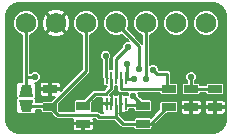
<source format=gtl>
G04 (created by PCBNEW (2013-07-07 BZR 4022)-stable) date 1/16/2014 9:48:59 PM*
%MOIN*%
G04 Gerber Fmt 3.4, Leading zero omitted, Abs format*
%FSLAX34Y34*%
G01*
G70*
G90*
G04 APERTURE LIST*
%ADD10C,0.00590551*%
%ADD11R,0.045X0.025*%
%ADD12C,0.0688976*%
%ADD13R,0.00885827X0.0393701*%
%ADD14C,0.021*%
%ADD15C,0.01*%
%ADD16C,0.005*%
G04 APERTURE END LIST*
G54D10*
G54D11*
X75500Y-17200D03*
X75500Y-17800D03*
X76300Y-17200D03*
X76300Y-17800D03*
X73900Y-18350D03*
X73900Y-17750D03*
X71900Y-17750D03*
X71900Y-18350D03*
X74750Y-17200D03*
X74750Y-17800D03*
X70800Y-17800D03*
X70800Y-17200D03*
G54D10*
G36*
X69753Y-17446D02*
X69852Y-17053D01*
X70147Y-17053D01*
X70246Y-17446D01*
X69753Y-17446D01*
X69753Y-17446D01*
G37*
G36*
X69852Y-17946D02*
X69753Y-17553D01*
X70246Y-17553D01*
X70147Y-17946D01*
X69852Y-17946D01*
X69852Y-17946D01*
G37*
G54D12*
X70000Y-15000D03*
X72000Y-15000D03*
X71000Y-15000D03*
X73000Y-15000D03*
X74000Y-15000D03*
X75000Y-15000D03*
X76000Y-15000D03*
G54D13*
X73314Y-16816D03*
X73157Y-16816D03*
X73000Y-16816D03*
X72842Y-16816D03*
X72685Y-16816D03*
X72685Y-17683D03*
X72842Y-17683D03*
X73000Y-17683D03*
X73157Y-17683D03*
X73314Y-17683D03*
G54D14*
X73400Y-15800D03*
X72650Y-16100D03*
X73750Y-16525D03*
X74225Y-16550D03*
X73575Y-17425D03*
X74000Y-16875D03*
X73350Y-16350D03*
X75500Y-16800D03*
X70300Y-16800D03*
X73600Y-16850D03*
G54D15*
X73000Y-16816D02*
X73000Y-16200D01*
X73000Y-16200D02*
X73400Y-15800D01*
X72685Y-16816D02*
X72650Y-16781D01*
X72650Y-16781D02*
X72650Y-16100D01*
X72842Y-16866D02*
X72842Y-17157D01*
X72300Y-17350D02*
X71900Y-17750D01*
X72650Y-17350D02*
X72300Y-17350D01*
X72842Y-17157D02*
X72650Y-17350D01*
X74700Y-16700D02*
X74375Y-16700D01*
X74700Y-17200D02*
X74700Y-16700D01*
X73750Y-15750D02*
X73000Y-15000D01*
X73750Y-16525D02*
X73750Y-15750D01*
X74375Y-16700D02*
X74225Y-16550D01*
X74700Y-17200D02*
X73164Y-17200D01*
X73164Y-17200D02*
X73157Y-17192D01*
X73157Y-16866D02*
X73157Y-17192D01*
X73900Y-17750D02*
X73575Y-17425D01*
X74000Y-16875D02*
X74000Y-15000D01*
X73314Y-17733D02*
X73883Y-17733D01*
X73883Y-17733D02*
X73900Y-17750D01*
X73350Y-16781D02*
X73350Y-16350D01*
X73314Y-16816D02*
X73350Y-16781D01*
X75500Y-16800D02*
X75500Y-17200D01*
X73314Y-16816D02*
X73348Y-16850D01*
X70300Y-16800D02*
X70000Y-16800D01*
X73348Y-16850D02*
X73600Y-16850D01*
X75500Y-17200D02*
X76300Y-17200D01*
X70000Y-17250D02*
X70000Y-16800D01*
X70000Y-16800D02*
X70000Y-15000D01*
X70800Y-17800D02*
X72000Y-16600D01*
X72000Y-16600D02*
X72000Y-15000D01*
X70800Y-17800D02*
X71050Y-18050D01*
X72425Y-18125D02*
X73000Y-18125D01*
X72350Y-18050D02*
X72425Y-18125D01*
X71050Y-18050D02*
X72350Y-18050D01*
X73000Y-17733D02*
X73000Y-18125D01*
X73225Y-18350D02*
X73900Y-18350D01*
X73000Y-18125D02*
X73225Y-18350D01*
X74700Y-17800D02*
X74150Y-18350D01*
X74150Y-18350D02*
X73900Y-18350D01*
X70000Y-17750D02*
X70750Y-17750D01*
X70750Y-17750D02*
X70800Y-17800D01*
G54D10*
G36*
X76655Y-18239D02*
X76650Y-18266D01*
X76650Y-17949D01*
X76650Y-17650D01*
X76631Y-17604D01*
X76610Y-17583D01*
X76610Y-17308D01*
X76610Y-17058D01*
X76597Y-17026D01*
X76573Y-17002D01*
X76541Y-16990D01*
X76508Y-16989D01*
X76429Y-16989D01*
X76429Y-14914D01*
X76364Y-14757D01*
X76243Y-14636D01*
X76085Y-14570D01*
X75914Y-14570D01*
X75757Y-14635D01*
X75636Y-14756D01*
X75570Y-14914D01*
X75570Y-15085D01*
X75635Y-15242D01*
X75756Y-15363D01*
X75914Y-15429D01*
X76085Y-15429D01*
X76242Y-15364D01*
X76363Y-15243D01*
X76429Y-15085D01*
X76429Y-14914D01*
X76429Y-16989D01*
X76058Y-16989D01*
X76026Y-17002D01*
X76002Y-17026D01*
X75990Y-17058D01*
X75990Y-17065D01*
X75810Y-17065D01*
X75810Y-17058D01*
X75797Y-17026D01*
X75773Y-17002D01*
X75741Y-16990D01*
X75708Y-16989D01*
X75635Y-16989D01*
X75635Y-16933D01*
X75660Y-16907D01*
X75689Y-16837D01*
X75690Y-16762D01*
X75661Y-16692D01*
X75607Y-16639D01*
X75537Y-16610D01*
X75462Y-16609D01*
X75429Y-16623D01*
X75429Y-14914D01*
X75364Y-14757D01*
X75243Y-14636D01*
X75085Y-14570D01*
X74914Y-14570D01*
X74757Y-14635D01*
X74636Y-14756D01*
X74570Y-14914D01*
X74570Y-15085D01*
X74635Y-15242D01*
X74756Y-15363D01*
X74914Y-15429D01*
X75085Y-15429D01*
X75242Y-15364D01*
X75363Y-15243D01*
X75429Y-15085D01*
X75429Y-14914D01*
X75429Y-16623D01*
X75392Y-16638D01*
X75339Y-16692D01*
X75310Y-16762D01*
X75309Y-16837D01*
X75338Y-16907D01*
X75365Y-16933D01*
X75365Y-16989D01*
X75258Y-16989D01*
X75226Y-17002D01*
X75202Y-17026D01*
X75190Y-17058D01*
X75189Y-17091D01*
X75189Y-17341D01*
X75202Y-17373D01*
X75226Y-17397D01*
X75258Y-17409D01*
X75291Y-17410D01*
X75741Y-17410D01*
X75773Y-17397D01*
X75797Y-17373D01*
X75809Y-17341D01*
X75809Y-17335D01*
X75989Y-17335D01*
X75989Y-17341D01*
X76002Y-17373D01*
X76026Y-17397D01*
X76058Y-17409D01*
X76091Y-17410D01*
X76541Y-17410D01*
X76573Y-17397D01*
X76597Y-17373D01*
X76609Y-17341D01*
X76610Y-17308D01*
X76610Y-17583D01*
X76595Y-17569D01*
X76549Y-17550D01*
X76500Y-17549D01*
X76356Y-17550D01*
X76325Y-17581D01*
X76325Y-17775D01*
X76618Y-17775D01*
X76650Y-17743D01*
X76650Y-17650D01*
X76650Y-17949D01*
X76650Y-17856D01*
X76618Y-17825D01*
X76325Y-17825D01*
X76325Y-18018D01*
X76356Y-18050D01*
X76500Y-18050D01*
X76549Y-18049D01*
X76595Y-18030D01*
X76631Y-17995D01*
X76650Y-17949D01*
X76650Y-18266D01*
X76622Y-18404D01*
X76535Y-18535D01*
X76404Y-18622D01*
X76275Y-18648D01*
X76275Y-18018D01*
X76275Y-17825D01*
X76275Y-17775D01*
X76275Y-17581D01*
X76243Y-17550D01*
X76099Y-17549D01*
X76050Y-17550D01*
X76004Y-17569D01*
X75968Y-17604D01*
X75949Y-17650D01*
X75950Y-17743D01*
X75981Y-17775D01*
X76275Y-17775D01*
X76275Y-17825D01*
X75981Y-17825D01*
X75950Y-17856D01*
X75949Y-17949D01*
X75968Y-17995D01*
X76004Y-18030D01*
X76050Y-18049D01*
X76099Y-18050D01*
X76243Y-18050D01*
X76275Y-18018D01*
X76275Y-18648D01*
X76240Y-18655D01*
X75850Y-18655D01*
X75850Y-17949D01*
X75850Y-17650D01*
X75831Y-17604D01*
X75795Y-17569D01*
X75749Y-17550D01*
X75700Y-17549D01*
X75556Y-17550D01*
X75525Y-17581D01*
X75525Y-17775D01*
X75818Y-17775D01*
X75850Y-17743D01*
X75850Y-17650D01*
X75850Y-17949D01*
X75850Y-17856D01*
X75818Y-17825D01*
X75525Y-17825D01*
X75525Y-18018D01*
X75556Y-18050D01*
X75700Y-18050D01*
X75749Y-18049D01*
X75795Y-18030D01*
X75831Y-17995D01*
X75850Y-17949D01*
X75850Y-18655D01*
X75475Y-18655D01*
X75475Y-18018D01*
X75475Y-17825D01*
X75475Y-17775D01*
X75475Y-17581D01*
X75443Y-17550D01*
X75299Y-17549D01*
X75250Y-17550D01*
X75204Y-17569D01*
X75168Y-17604D01*
X75149Y-17650D01*
X75150Y-17743D01*
X75181Y-17775D01*
X75475Y-17775D01*
X75475Y-17825D01*
X75181Y-17825D01*
X75150Y-17856D01*
X75149Y-17949D01*
X75168Y-17995D01*
X75204Y-18030D01*
X75250Y-18049D01*
X75299Y-18050D01*
X75443Y-18050D01*
X75475Y-18018D01*
X75475Y-18655D01*
X75060Y-18655D01*
X75060Y-17908D01*
X75060Y-17658D01*
X75047Y-17626D01*
X75023Y-17602D01*
X74991Y-17590D01*
X74958Y-17589D01*
X74508Y-17589D01*
X74476Y-17602D01*
X74452Y-17626D01*
X74440Y-17658D01*
X74439Y-17691D01*
X74439Y-17869D01*
X74161Y-18147D01*
X74141Y-18140D01*
X74108Y-18139D01*
X73658Y-18139D01*
X73626Y-18152D01*
X73602Y-18176D01*
X73590Y-18208D01*
X73590Y-18215D01*
X73280Y-18215D01*
X73135Y-18069D01*
X73135Y-18004D01*
X73104Y-18004D01*
X73104Y-18004D01*
X73135Y-18004D01*
X73135Y-17974D01*
X73135Y-17973D01*
X73135Y-17708D01*
X73130Y-17708D01*
X73129Y-17704D01*
X73129Y-17658D01*
X73135Y-17658D01*
X73135Y-17392D01*
X73104Y-17361D01*
X73088Y-17361D01*
X73042Y-17380D01*
X73021Y-17401D01*
X72978Y-17401D01*
X72957Y-17380D01*
X72911Y-17361D01*
X72895Y-17361D01*
X72864Y-17392D01*
X72864Y-17658D01*
X72870Y-17658D01*
X72870Y-17704D01*
X72869Y-17708D01*
X72864Y-17708D01*
X72864Y-17715D01*
X72830Y-17715D01*
X72823Y-17708D01*
X72820Y-17708D01*
X72707Y-17708D01*
X72704Y-17708D01*
X72696Y-17715D01*
X72662Y-17715D01*
X72662Y-17708D01*
X72546Y-17708D01*
X72515Y-17739D01*
X72515Y-17904D01*
X72534Y-17950D01*
X72569Y-17985D01*
X72579Y-17990D01*
X72480Y-17990D01*
X72445Y-17954D01*
X72401Y-17925D01*
X72350Y-17915D01*
X72200Y-17915D01*
X72209Y-17891D01*
X72210Y-17858D01*
X72210Y-17630D01*
X72355Y-17485D01*
X72515Y-17485D01*
X72515Y-17626D01*
X72546Y-17658D01*
X72662Y-17658D01*
X72662Y-17650D01*
X72696Y-17650D01*
X72704Y-17658D01*
X72707Y-17658D01*
X72820Y-17658D01*
X72823Y-17658D01*
X72854Y-17626D01*
X72854Y-17461D01*
X72835Y-17415D01*
X72820Y-17400D01*
X72820Y-17392D01*
X72809Y-17381D01*
X72937Y-17252D01*
X72967Y-17209D01*
X72977Y-17157D01*
X72977Y-17098D01*
X73022Y-17098D01*
X73022Y-17192D01*
X73032Y-17244D01*
X73062Y-17287D01*
X73069Y-17295D01*
X73113Y-17324D01*
X73164Y-17335D01*
X73406Y-17335D01*
X73385Y-17387D01*
X73385Y-17404D01*
X73376Y-17401D01*
X73342Y-17401D01*
X73293Y-17401D01*
X73272Y-17380D01*
X73226Y-17361D01*
X73210Y-17361D01*
X73179Y-17392D01*
X73179Y-17658D01*
X73185Y-17658D01*
X73185Y-17704D01*
X73184Y-17708D01*
X73179Y-17708D01*
X73179Y-17973D01*
X73210Y-18004D01*
X73226Y-18004D01*
X73272Y-17985D01*
X73293Y-17964D01*
X73376Y-17964D01*
X73407Y-17952D01*
X73431Y-17928D01*
X73444Y-17896D01*
X73444Y-17868D01*
X73589Y-17868D01*
X73589Y-17891D01*
X73602Y-17923D01*
X73626Y-17947D01*
X73658Y-17959D01*
X73691Y-17960D01*
X74141Y-17960D01*
X74173Y-17947D01*
X74197Y-17923D01*
X74209Y-17891D01*
X74210Y-17858D01*
X74210Y-17608D01*
X74197Y-17576D01*
X74173Y-17552D01*
X74141Y-17540D01*
X74108Y-17539D01*
X73880Y-17539D01*
X73765Y-17424D01*
X73765Y-17387D01*
X73743Y-17335D01*
X74439Y-17335D01*
X74439Y-17341D01*
X74452Y-17373D01*
X74476Y-17397D01*
X74508Y-17409D01*
X74541Y-17410D01*
X74991Y-17410D01*
X75023Y-17397D01*
X75047Y-17373D01*
X75059Y-17341D01*
X75060Y-17308D01*
X75060Y-17058D01*
X75047Y-17026D01*
X75023Y-17002D01*
X74991Y-16990D01*
X74958Y-16989D01*
X74835Y-16989D01*
X74835Y-16700D01*
X74824Y-16648D01*
X74795Y-16604D01*
X74751Y-16575D01*
X74700Y-16565D01*
X74430Y-16565D01*
X74415Y-16549D01*
X74415Y-16512D01*
X74386Y-16442D01*
X74332Y-16389D01*
X74262Y-16360D01*
X74187Y-16359D01*
X74135Y-16381D01*
X74135Y-15408D01*
X74242Y-15364D01*
X74363Y-15243D01*
X74429Y-15085D01*
X74429Y-14914D01*
X74364Y-14757D01*
X74243Y-14636D01*
X74085Y-14570D01*
X73914Y-14570D01*
X73757Y-14635D01*
X73636Y-14756D01*
X73570Y-14914D01*
X73570Y-15085D01*
X73635Y-15242D01*
X73756Y-15363D01*
X73865Y-15408D01*
X73865Y-15683D01*
X73845Y-15654D01*
X73845Y-15654D01*
X73384Y-15193D01*
X73429Y-15085D01*
X73429Y-14914D01*
X73364Y-14757D01*
X73243Y-14636D01*
X73085Y-14570D01*
X72914Y-14570D01*
X72757Y-14635D01*
X72636Y-14756D01*
X72570Y-14914D01*
X72570Y-15085D01*
X72635Y-15242D01*
X72756Y-15363D01*
X72914Y-15429D01*
X73085Y-15429D01*
X73193Y-15384D01*
X73419Y-15610D01*
X73362Y-15609D01*
X73292Y-15638D01*
X73239Y-15692D01*
X73210Y-15762D01*
X73210Y-15799D01*
X72904Y-16104D01*
X72875Y-16148D01*
X72865Y-16200D01*
X72865Y-16535D01*
X72785Y-16535D01*
X72785Y-16233D01*
X72810Y-16207D01*
X72839Y-16137D01*
X72840Y-16062D01*
X72811Y-15992D01*
X72757Y-15939D01*
X72687Y-15910D01*
X72612Y-15909D01*
X72542Y-15938D01*
X72489Y-15992D01*
X72460Y-16062D01*
X72459Y-16137D01*
X72488Y-16207D01*
X72515Y-16233D01*
X72515Y-16781D01*
X72525Y-16833D01*
X72554Y-16877D01*
X72555Y-16878D01*
X72555Y-17030D01*
X72568Y-17061D01*
X72592Y-17085D01*
X72623Y-17098D01*
X72657Y-17098D01*
X72707Y-17098D01*
X72707Y-17101D01*
X72594Y-17215D01*
X72300Y-17215D01*
X72248Y-17225D01*
X72204Y-17254D01*
X72204Y-17254D01*
X72204Y-17254D01*
X71919Y-17539D01*
X71658Y-17539D01*
X71626Y-17552D01*
X71602Y-17576D01*
X71590Y-17608D01*
X71589Y-17641D01*
X71589Y-17891D01*
X71599Y-17915D01*
X71110Y-17915D01*
X71110Y-17908D01*
X71110Y-17680D01*
X72095Y-16695D01*
X72095Y-16695D01*
X72095Y-16695D01*
X72124Y-16651D01*
X72124Y-16651D01*
X72134Y-16600D01*
X72135Y-16600D01*
X72135Y-15408D01*
X72242Y-15364D01*
X72363Y-15243D01*
X72429Y-15085D01*
X72429Y-14914D01*
X72364Y-14757D01*
X72243Y-14636D01*
X72085Y-14570D01*
X71914Y-14570D01*
X71757Y-14635D01*
X71636Y-14756D01*
X71570Y-14914D01*
X71570Y-15085D01*
X71635Y-15242D01*
X71756Y-15363D01*
X71865Y-15408D01*
X71865Y-16544D01*
X71470Y-16938D01*
X71470Y-15087D01*
X71468Y-14900D01*
X71401Y-14739D01*
X71333Y-14701D01*
X71298Y-14737D01*
X71298Y-14666D01*
X71260Y-14598D01*
X71087Y-14529D01*
X70900Y-14531D01*
X70739Y-14598D01*
X70701Y-14666D01*
X71000Y-14964D01*
X71298Y-14666D01*
X71298Y-14737D01*
X71035Y-15000D01*
X71333Y-15298D01*
X71401Y-15260D01*
X71470Y-15087D01*
X71470Y-16938D01*
X71298Y-17110D01*
X71298Y-15333D01*
X71000Y-15035D01*
X70964Y-15070D01*
X70964Y-15000D01*
X70666Y-14701D01*
X70598Y-14739D01*
X70529Y-14912D01*
X70531Y-15099D01*
X70598Y-15260D01*
X70666Y-15298D01*
X70964Y-15000D01*
X70964Y-15070D01*
X70701Y-15333D01*
X70739Y-15401D01*
X70912Y-15470D01*
X71099Y-15468D01*
X71260Y-15401D01*
X71298Y-15333D01*
X71298Y-17110D01*
X71150Y-17259D01*
X71150Y-17050D01*
X71131Y-17004D01*
X71095Y-16969D01*
X71049Y-16950D01*
X71000Y-16949D01*
X70856Y-16950D01*
X70825Y-16981D01*
X70825Y-17175D01*
X71118Y-17175D01*
X71150Y-17143D01*
X71150Y-17050D01*
X71150Y-17259D01*
X71150Y-17259D01*
X71150Y-17256D01*
X71118Y-17225D01*
X70825Y-17225D01*
X70825Y-17418D01*
X70856Y-17450D01*
X70959Y-17450D01*
X70819Y-17589D01*
X70775Y-17589D01*
X70775Y-17418D01*
X70775Y-17225D01*
X70775Y-17175D01*
X70775Y-16981D01*
X70743Y-16950D01*
X70599Y-16949D01*
X70550Y-16950D01*
X70504Y-16969D01*
X70468Y-17004D01*
X70449Y-17050D01*
X70450Y-17143D01*
X70481Y-17175D01*
X70775Y-17175D01*
X70775Y-17225D01*
X70481Y-17225D01*
X70450Y-17256D01*
X70449Y-17349D01*
X70468Y-17395D01*
X70504Y-17430D01*
X70550Y-17449D01*
X70599Y-17450D01*
X70743Y-17450D01*
X70775Y-17418D01*
X70775Y-17589D01*
X70558Y-17589D01*
X70526Y-17602D01*
X70514Y-17615D01*
X70331Y-17615D01*
X70331Y-17536D01*
X70318Y-17505D01*
X70313Y-17500D01*
X70318Y-17495D01*
X70331Y-17463D01*
X70331Y-17430D01*
X70331Y-17036D01*
X70318Y-17005D01*
X70303Y-16990D01*
X70337Y-16990D01*
X70407Y-16961D01*
X70460Y-16907D01*
X70489Y-16837D01*
X70490Y-16762D01*
X70461Y-16692D01*
X70407Y-16639D01*
X70337Y-16610D01*
X70262Y-16609D01*
X70192Y-16638D01*
X70166Y-16665D01*
X70135Y-16665D01*
X70135Y-15408D01*
X70242Y-15364D01*
X70363Y-15243D01*
X70429Y-15085D01*
X70429Y-14914D01*
X70364Y-14757D01*
X70243Y-14636D01*
X70085Y-14570D01*
X69914Y-14570D01*
X69757Y-14635D01*
X69636Y-14756D01*
X69570Y-14914D01*
X69570Y-15085D01*
X69635Y-15242D01*
X69756Y-15363D01*
X69865Y-15408D01*
X69865Y-16800D01*
X69865Y-16968D01*
X69737Y-16968D01*
X69705Y-16981D01*
X69681Y-17004D01*
X69668Y-17036D01*
X69668Y-17069D01*
X69668Y-17463D01*
X69681Y-17494D01*
X69686Y-17499D01*
X69681Y-17504D01*
X69668Y-17536D01*
X69668Y-17569D01*
X69668Y-17963D01*
X69681Y-17994D01*
X69705Y-18018D01*
X69736Y-18031D01*
X69770Y-18031D01*
X70262Y-18031D01*
X70294Y-18018D01*
X70318Y-17995D01*
X70331Y-17963D01*
X70331Y-17930D01*
X70331Y-17885D01*
X70489Y-17885D01*
X70489Y-17941D01*
X70502Y-17973D01*
X70526Y-17997D01*
X70558Y-18009D01*
X70591Y-18010D01*
X70819Y-18010D01*
X70954Y-18145D01*
X70954Y-18145D01*
X70998Y-18174D01*
X71050Y-18185D01*
X71556Y-18185D01*
X71549Y-18200D01*
X71550Y-18293D01*
X71581Y-18325D01*
X71875Y-18325D01*
X71875Y-18317D01*
X71925Y-18317D01*
X71925Y-18325D01*
X72218Y-18325D01*
X72250Y-18293D01*
X72250Y-18200D01*
X72243Y-18185D01*
X72294Y-18185D01*
X72329Y-18220D01*
X72329Y-18220D01*
X72373Y-18249D01*
X72373Y-18249D01*
X72425Y-18260D01*
X72944Y-18260D01*
X73129Y-18445D01*
X73173Y-18474D01*
X73225Y-18485D01*
X73589Y-18485D01*
X73589Y-18491D01*
X73602Y-18523D01*
X73626Y-18547D01*
X73658Y-18559D01*
X73691Y-18560D01*
X74141Y-18560D01*
X74173Y-18547D01*
X74197Y-18523D01*
X74209Y-18491D01*
X74210Y-18469D01*
X74245Y-18445D01*
X74680Y-18010D01*
X74991Y-18010D01*
X75023Y-17997D01*
X75047Y-17973D01*
X75059Y-17941D01*
X75060Y-17908D01*
X75060Y-18655D01*
X72250Y-18655D01*
X72250Y-18499D01*
X72250Y-18406D01*
X72218Y-18375D01*
X71925Y-18375D01*
X71925Y-18568D01*
X71956Y-18600D01*
X72100Y-18600D01*
X72149Y-18599D01*
X72195Y-18580D01*
X72231Y-18545D01*
X72250Y-18499D01*
X72250Y-18655D01*
X71875Y-18655D01*
X71875Y-18568D01*
X71875Y-18375D01*
X71581Y-18375D01*
X71550Y-18406D01*
X71549Y-18499D01*
X71568Y-18545D01*
X71604Y-18580D01*
X71650Y-18599D01*
X71699Y-18600D01*
X71843Y-18600D01*
X71875Y-18568D01*
X71875Y-18655D01*
X69760Y-18655D01*
X69595Y-18622D01*
X69464Y-18535D01*
X69377Y-18404D01*
X69344Y-18240D01*
X69344Y-14759D01*
X69377Y-14595D01*
X69464Y-14464D01*
X69595Y-14377D01*
X69760Y-14344D01*
X76240Y-14344D01*
X76404Y-14377D01*
X76535Y-14464D01*
X76622Y-14595D01*
X76655Y-14760D01*
X76655Y-18239D01*
X76655Y-18239D01*
G37*
G54D16*
X76655Y-18239D02*
X76650Y-18266D01*
X76650Y-17949D01*
X76650Y-17650D01*
X76631Y-17604D01*
X76610Y-17583D01*
X76610Y-17308D01*
X76610Y-17058D01*
X76597Y-17026D01*
X76573Y-17002D01*
X76541Y-16990D01*
X76508Y-16989D01*
X76429Y-16989D01*
X76429Y-14914D01*
X76364Y-14757D01*
X76243Y-14636D01*
X76085Y-14570D01*
X75914Y-14570D01*
X75757Y-14635D01*
X75636Y-14756D01*
X75570Y-14914D01*
X75570Y-15085D01*
X75635Y-15242D01*
X75756Y-15363D01*
X75914Y-15429D01*
X76085Y-15429D01*
X76242Y-15364D01*
X76363Y-15243D01*
X76429Y-15085D01*
X76429Y-14914D01*
X76429Y-16989D01*
X76058Y-16989D01*
X76026Y-17002D01*
X76002Y-17026D01*
X75990Y-17058D01*
X75990Y-17065D01*
X75810Y-17065D01*
X75810Y-17058D01*
X75797Y-17026D01*
X75773Y-17002D01*
X75741Y-16990D01*
X75708Y-16989D01*
X75635Y-16989D01*
X75635Y-16933D01*
X75660Y-16907D01*
X75689Y-16837D01*
X75690Y-16762D01*
X75661Y-16692D01*
X75607Y-16639D01*
X75537Y-16610D01*
X75462Y-16609D01*
X75429Y-16623D01*
X75429Y-14914D01*
X75364Y-14757D01*
X75243Y-14636D01*
X75085Y-14570D01*
X74914Y-14570D01*
X74757Y-14635D01*
X74636Y-14756D01*
X74570Y-14914D01*
X74570Y-15085D01*
X74635Y-15242D01*
X74756Y-15363D01*
X74914Y-15429D01*
X75085Y-15429D01*
X75242Y-15364D01*
X75363Y-15243D01*
X75429Y-15085D01*
X75429Y-14914D01*
X75429Y-16623D01*
X75392Y-16638D01*
X75339Y-16692D01*
X75310Y-16762D01*
X75309Y-16837D01*
X75338Y-16907D01*
X75365Y-16933D01*
X75365Y-16989D01*
X75258Y-16989D01*
X75226Y-17002D01*
X75202Y-17026D01*
X75190Y-17058D01*
X75189Y-17091D01*
X75189Y-17341D01*
X75202Y-17373D01*
X75226Y-17397D01*
X75258Y-17409D01*
X75291Y-17410D01*
X75741Y-17410D01*
X75773Y-17397D01*
X75797Y-17373D01*
X75809Y-17341D01*
X75809Y-17335D01*
X75989Y-17335D01*
X75989Y-17341D01*
X76002Y-17373D01*
X76026Y-17397D01*
X76058Y-17409D01*
X76091Y-17410D01*
X76541Y-17410D01*
X76573Y-17397D01*
X76597Y-17373D01*
X76609Y-17341D01*
X76610Y-17308D01*
X76610Y-17583D01*
X76595Y-17569D01*
X76549Y-17550D01*
X76500Y-17549D01*
X76356Y-17550D01*
X76325Y-17581D01*
X76325Y-17775D01*
X76618Y-17775D01*
X76650Y-17743D01*
X76650Y-17650D01*
X76650Y-17949D01*
X76650Y-17856D01*
X76618Y-17825D01*
X76325Y-17825D01*
X76325Y-18018D01*
X76356Y-18050D01*
X76500Y-18050D01*
X76549Y-18049D01*
X76595Y-18030D01*
X76631Y-17995D01*
X76650Y-17949D01*
X76650Y-18266D01*
X76622Y-18404D01*
X76535Y-18535D01*
X76404Y-18622D01*
X76275Y-18648D01*
X76275Y-18018D01*
X76275Y-17825D01*
X76275Y-17775D01*
X76275Y-17581D01*
X76243Y-17550D01*
X76099Y-17549D01*
X76050Y-17550D01*
X76004Y-17569D01*
X75968Y-17604D01*
X75949Y-17650D01*
X75950Y-17743D01*
X75981Y-17775D01*
X76275Y-17775D01*
X76275Y-17825D01*
X75981Y-17825D01*
X75950Y-17856D01*
X75949Y-17949D01*
X75968Y-17995D01*
X76004Y-18030D01*
X76050Y-18049D01*
X76099Y-18050D01*
X76243Y-18050D01*
X76275Y-18018D01*
X76275Y-18648D01*
X76240Y-18655D01*
X75850Y-18655D01*
X75850Y-17949D01*
X75850Y-17650D01*
X75831Y-17604D01*
X75795Y-17569D01*
X75749Y-17550D01*
X75700Y-17549D01*
X75556Y-17550D01*
X75525Y-17581D01*
X75525Y-17775D01*
X75818Y-17775D01*
X75850Y-17743D01*
X75850Y-17650D01*
X75850Y-17949D01*
X75850Y-17856D01*
X75818Y-17825D01*
X75525Y-17825D01*
X75525Y-18018D01*
X75556Y-18050D01*
X75700Y-18050D01*
X75749Y-18049D01*
X75795Y-18030D01*
X75831Y-17995D01*
X75850Y-17949D01*
X75850Y-18655D01*
X75475Y-18655D01*
X75475Y-18018D01*
X75475Y-17825D01*
X75475Y-17775D01*
X75475Y-17581D01*
X75443Y-17550D01*
X75299Y-17549D01*
X75250Y-17550D01*
X75204Y-17569D01*
X75168Y-17604D01*
X75149Y-17650D01*
X75150Y-17743D01*
X75181Y-17775D01*
X75475Y-17775D01*
X75475Y-17825D01*
X75181Y-17825D01*
X75150Y-17856D01*
X75149Y-17949D01*
X75168Y-17995D01*
X75204Y-18030D01*
X75250Y-18049D01*
X75299Y-18050D01*
X75443Y-18050D01*
X75475Y-18018D01*
X75475Y-18655D01*
X75060Y-18655D01*
X75060Y-17908D01*
X75060Y-17658D01*
X75047Y-17626D01*
X75023Y-17602D01*
X74991Y-17590D01*
X74958Y-17589D01*
X74508Y-17589D01*
X74476Y-17602D01*
X74452Y-17626D01*
X74440Y-17658D01*
X74439Y-17691D01*
X74439Y-17869D01*
X74161Y-18147D01*
X74141Y-18140D01*
X74108Y-18139D01*
X73658Y-18139D01*
X73626Y-18152D01*
X73602Y-18176D01*
X73590Y-18208D01*
X73590Y-18215D01*
X73280Y-18215D01*
X73135Y-18069D01*
X73135Y-18004D01*
X73104Y-18004D01*
X73104Y-18004D01*
X73135Y-18004D01*
X73135Y-17974D01*
X73135Y-17973D01*
X73135Y-17708D01*
X73130Y-17708D01*
X73129Y-17704D01*
X73129Y-17658D01*
X73135Y-17658D01*
X73135Y-17392D01*
X73104Y-17361D01*
X73088Y-17361D01*
X73042Y-17380D01*
X73021Y-17401D01*
X72978Y-17401D01*
X72957Y-17380D01*
X72911Y-17361D01*
X72895Y-17361D01*
X72864Y-17392D01*
X72864Y-17658D01*
X72870Y-17658D01*
X72870Y-17704D01*
X72869Y-17708D01*
X72864Y-17708D01*
X72864Y-17715D01*
X72830Y-17715D01*
X72823Y-17708D01*
X72820Y-17708D01*
X72707Y-17708D01*
X72704Y-17708D01*
X72696Y-17715D01*
X72662Y-17715D01*
X72662Y-17708D01*
X72546Y-17708D01*
X72515Y-17739D01*
X72515Y-17904D01*
X72534Y-17950D01*
X72569Y-17985D01*
X72579Y-17990D01*
X72480Y-17990D01*
X72445Y-17954D01*
X72401Y-17925D01*
X72350Y-17915D01*
X72200Y-17915D01*
X72209Y-17891D01*
X72210Y-17858D01*
X72210Y-17630D01*
X72355Y-17485D01*
X72515Y-17485D01*
X72515Y-17626D01*
X72546Y-17658D01*
X72662Y-17658D01*
X72662Y-17650D01*
X72696Y-17650D01*
X72704Y-17658D01*
X72707Y-17658D01*
X72820Y-17658D01*
X72823Y-17658D01*
X72854Y-17626D01*
X72854Y-17461D01*
X72835Y-17415D01*
X72820Y-17400D01*
X72820Y-17392D01*
X72809Y-17381D01*
X72937Y-17252D01*
X72967Y-17209D01*
X72977Y-17157D01*
X72977Y-17098D01*
X73022Y-17098D01*
X73022Y-17192D01*
X73032Y-17244D01*
X73062Y-17287D01*
X73069Y-17295D01*
X73113Y-17324D01*
X73164Y-17335D01*
X73406Y-17335D01*
X73385Y-17387D01*
X73385Y-17404D01*
X73376Y-17401D01*
X73342Y-17401D01*
X73293Y-17401D01*
X73272Y-17380D01*
X73226Y-17361D01*
X73210Y-17361D01*
X73179Y-17392D01*
X73179Y-17658D01*
X73185Y-17658D01*
X73185Y-17704D01*
X73184Y-17708D01*
X73179Y-17708D01*
X73179Y-17973D01*
X73210Y-18004D01*
X73226Y-18004D01*
X73272Y-17985D01*
X73293Y-17964D01*
X73376Y-17964D01*
X73407Y-17952D01*
X73431Y-17928D01*
X73444Y-17896D01*
X73444Y-17868D01*
X73589Y-17868D01*
X73589Y-17891D01*
X73602Y-17923D01*
X73626Y-17947D01*
X73658Y-17959D01*
X73691Y-17960D01*
X74141Y-17960D01*
X74173Y-17947D01*
X74197Y-17923D01*
X74209Y-17891D01*
X74210Y-17858D01*
X74210Y-17608D01*
X74197Y-17576D01*
X74173Y-17552D01*
X74141Y-17540D01*
X74108Y-17539D01*
X73880Y-17539D01*
X73765Y-17424D01*
X73765Y-17387D01*
X73743Y-17335D01*
X74439Y-17335D01*
X74439Y-17341D01*
X74452Y-17373D01*
X74476Y-17397D01*
X74508Y-17409D01*
X74541Y-17410D01*
X74991Y-17410D01*
X75023Y-17397D01*
X75047Y-17373D01*
X75059Y-17341D01*
X75060Y-17308D01*
X75060Y-17058D01*
X75047Y-17026D01*
X75023Y-17002D01*
X74991Y-16990D01*
X74958Y-16989D01*
X74835Y-16989D01*
X74835Y-16700D01*
X74824Y-16648D01*
X74795Y-16604D01*
X74751Y-16575D01*
X74700Y-16565D01*
X74430Y-16565D01*
X74415Y-16549D01*
X74415Y-16512D01*
X74386Y-16442D01*
X74332Y-16389D01*
X74262Y-16360D01*
X74187Y-16359D01*
X74135Y-16381D01*
X74135Y-15408D01*
X74242Y-15364D01*
X74363Y-15243D01*
X74429Y-15085D01*
X74429Y-14914D01*
X74364Y-14757D01*
X74243Y-14636D01*
X74085Y-14570D01*
X73914Y-14570D01*
X73757Y-14635D01*
X73636Y-14756D01*
X73570Y-14914D01*
X73570Y-15085D01*
X73635Y-15242D01*
X73756Y-15363D01*
X73865Y-15408D01*
X73865Y-15683D01*
X73845Y-15654D01*
X73845Y-15654D01*
X73384Y-15193D01*
X73429Y-15085D01*
X73429Y-14914D01*
X73364Y-14757D01*
X73243Y-14636D01*
X73085Y-14570D01*
X72914Y-14570D01*
X72757Y-14635D01*
X72636Y-14756D01*
X72570Y-14914D01*
X72570Y-15085D01*
X72635Y-15242D01*
X72756Y-15363D01*
X72914Y-15429D01*
X73085Y-15429D01*
X73193Y-15384D01*
X73419Y-15610D01*
X73362Y-15609D01*
X73292Y-15638D01*
X73239Y-15692D01*
X73210Y-15762D01*
X73210Y-15799D01*
X72904Y-16104D01*
X72875Y-16148D01*
X72865Y-16200D01*
X72865Y-16535D01*
X72785Y-16535D01*
X72785Y-16233D01*
X72810Y-16207D01*
X72839Y-16137D01*
X72840Y-16062D01*
X72811Y-15992D01*
X72757Y-15939D01*
X72687Y-15910D01*
X72612Y-15909D01*
X72542Y-15938D01*
X72489Y-15992D01*
X72460Y-16062D01*
X72459Y-16137D01*
X72488Y-16207D01*
X72515Y-16233D01*
X72515Y-16781D01*
X72525Y-16833D01*
X72554Y-16877D01*
X72555Y-16878D01*
X72555Y-17030D01*
X72568Y-17061D01*
X72592Y-17085D01*
X72623Y-17098D01*
X72657Y-17098D01*
X72707Y-17098D01*
X72707Y-17101D01*
X72594Y-17215D01*
X72300Y-17215D01*
X72248Y-17225D01*
X72204Y-17254D01*
X72204Y-17254D01*
X72204Y-17254D01*
X71919Y-17539D01*
X71658Y-17539D01*
X71626Y-17552D01*
X71602Y-17576D01*
X71590Y-17608D01*
X71589Y-17641D01*
X71589Y-17891D01*
X71599Y-17915D01*
X71110Y-17915D01*
X71110Y-17908D01*
X71110Y-17680D01*
X72095Y-16695D01*
X72095Y-16695D01*
X72095Y-16695D01*
X72124Y-16651D01*
X72124Y-16651D01*
X72134Y-16600D01*
X72135Y-16600D01*
X72135Y-15408D01*
X72242Y-15364D01*
X72363Y-15243D01*
X72429Y-15085D01*
X72429Y-14914D01*
X72364Y-14757D01*
X72243Y-14636D01*
X72085Y-14570D01*
X71914Y-14570D01*
X71757Y-14635D01*
X71636Y-14756D01*
X71570Y-14914D01*
X71570Y-15085D01*
X71635Y-15242D01*
X71756Y-15363D01*
X71865Y-15408D01*
X71865Y-16544D01*
X71470Y-16938D01*
X71470Y-15087D01*
X71468Y-14900D01*
X71401Y-14739D01*
X71333Y-14701D01*
X71298Y-14737D01*
X71298Y-14666D01*
X71260Y-14598D01*
X71087Y-14529D01*
X70900Y-14531D01*
X70739Y-14598D01*
X70701Y-14666D01*
X71000Y-14964D01*
X71298Y-14666D01*
X71298Y-14737D01*
X71035Y-15000D01*
X71333Y-15298D01*
X71401Y-15260D01*
X71470Y-15087D01*
X71470Y-16938D01*
X71298Y-17110D01*
X71298Y-15333D01*
X71000Y-15035D01*
X70964Y-15070D01*
X70964Y-15000D01*
X70666Y-14701D01*
X70598Y-14739D01*
X70529Y-14912D01*
X70531Y-15099D01*
X70598Y-15260D01*
X70666Y-15298D01*
X70964Y-15000D01*
X70964Y-15070D01*
X70701Y-15333D01*
X70739Y-15401D01*
X70912Y-15470D01*
X71099Y-15468D01*
X71260Y-15401D01*
X71298Y-15333D01*
X71298Y-17110D01*
X71150Y-17259D01*
X71150Y-17050D01*
X71131Y-17004D01*
X71095Y-16969D01*
X71049Y-16950D01*
X71000Y-16949D01*
X70856Y-16950D01*
X70825Y-16981D01*
X70825Y-17175D01*
X71118Y-17175D01*
X71150Y-17143D01*
X71150Y-17050D01*
X71150Y-17259D01*
X71150Y-17259D01*
X71150Y-17256D01*
X71118Y-17225D01*
X70825Y-17225D01*
X70825Y-17418D01*
X70856Y-17450D01*
X70959Y-17450D01*
X70819Y-17589D01*
X70775Y-17589D01*
X70775Y-17418D01*
X70775Y-17225D01*
X70775Y-17175D01*
X70775Y-16981D01*
X70743Y-16950D01*
X70599Y-16949D01*
X70550Y-16950D01*
X70504Y-16969D01*
X70468Y-17004D01*
X70449Y-17050D01*
X70450Y-17143D01*
X70481Y-17175D01*
X70775Y-17175D01*
X70775Y-17225D01*
X70481Y-17225D01*
X70450Y-17256D01*
X70449Y-17349D01*
X70468Y-17395D01*
X70504Y-17430D01*
X70550Y-17449D01*
X70599Y-17450D01*
X70743Y-17450D01*
X70775Y-17418D01*
X70775Y-17589D01*
X70558Y-17589D01*
X70526Y-17602D01*
X70514Y-17615D01*
X70331Y-17615D01*
X70331Y-17536D01*
X70318Y-17505D01*
X70313Y-17500D01*
X70318Y-17495D01*
X70331Y-17463D01*
X70331Y-17430D01*
X70331Y-17036D01*
X70318Y-17005D01*
X70303Y-16990D01*
X70337Y-16990D01*
X70407Y-16961D01*
X70460Y-16907D01*
X70489Y-16837D01*
X70490Y-16762D01*
X70461Y-16692D01*
X70407Y-16639D01*
X70337Y-16610D01*
X70262Y-16609D01*
X70192Y-16638D01*
X70166Y-16665D01*
X70135Y-16665D01*
X70135Y-15408D01*
X70242Y-15364D01*
X70363Y-15243D01*
X70429Y-15085D01*
X70429Y-14914D01*
X70364Y-14757D01*
X70243Y-14636D01*
X70085Y-14570D01*
X69914Y-14570D01*
X69757Y-14635D01*
X69636Y-14756D01*
X69570Y-14914D01*
X69570Y-15085D01*
X69635Y-15242D01*
X69756Y-15363D01*
X69865Y-15408D01*
X69865Y-16800D01*
X69865Y-16968D01*
X69737Y-16968D01*
X69705Y-16981D01*
X69681Y-17004D01*
X69668Y-17036D01*
X69668Y-17069D01*
X69668Y-17463D01*
X69681Y-17494D01*
X69686Y-17499D01*
X69681Y-17504D01*
X69668Y-17536D01*
X69668Y-17569D01*
X69668Y-17963D01*
X69681Y-17994D01*
X69705Y-18018D01*
X69736Y-18031D01*
X69770Y-18031D01*
X70262Y-18031D01*
X70294Y-18018D01*
X70318Y-17995D01*
X70331Y-17963D01*
X70331Y-17930D01*
X70331Y-17885D01*
X70489Y-17885D01*
X70489Y-17941D01*
X70502Y-17973D01*
X70526Y-17997D01*
X70558Y-18009D01*
X70591Y-18010D01*
X70819Y-18010D01*
X70954Y-18145D01*
X70954Y-18145D01*
X70998Y-18174D01*
X71050Y-18185D01*
X71556Y-18185D01*
X71549Y-18200D01*
X71550Y-18293D01*
X71581Y-18325D01*
X71875Y-18325D01*
X71875Y-18317D01*
X71925Y-18317D01*
X71925Y-18325D01*
X72218Y-18325D01*
X72250Y-18293D01*
X72250Y-18200D01*
X72243Y-18185D01*
X72294Y-18185D01*
X72329Y-18220D01*
X72329Y-18220D01*
X72373Y-18249D01*
X72373Y-18249D01*
X72425Y-18260D01*
X72944Y-18260D01*
X73129Y-18445D01*
X73173Y-18474D01*
X73225Y-18485D01*
X73589Y-18485D01*
X73589Y-18491D01*
X73602Y-18523D01*
X73626Y-18547D01*
X73658Y-18559D01*
X73691Y-18560D01*
X74141Y-18560D01*
X74173Y-18547D01*
X74197Y-18523D01*
X74209Y-18491D01*
X74210Y-18469D01*
X74245Y-18445D01*
X74680Y-18010D01*
X74991Y-18010D01*
X75023Y-17997D01*
X75047Y-17973D01*
X75059Y-17941D01*
X75060Y-17908D01*
X75060Y-18655D01*
X72250Y-18655D01*
X72250Y-18499D01*
X72250Y-18406D01*
X72218Y-18375D01*
X71925Y-18375D01*
X71925Y-18568D01*
X71956Y-18600D01*
X72100Y-18600D01*
X72149Y-18599D01*
X72195Y-18580D01*
X72231Y-18545D01*
X72250Y-18499D01*
X72250Y-18655D01*
X71875Y-18655D01*
X71875Y-18568D01*
X71875Y-18375D01*
X71581Y-18375D01*
X71550Y-18406D01*
X71549Y-18499D01*
X71568Y-18545D01*
X71604Y-18580D01*
X71650Y-18599D01*
X71699Y-18600D01*
X71843Y-18600D01*
X71875Y-18568D01*
X71875Y-18655D01*
X69760Y-18655D01*
X69595Y-18622D01*
X69464Y-18535D01*
X69377Y-18404D01*
X69344Y-18240D01*
X69344Y-14759D01*
X69377Y-14595D01*
X69464Y-14464D01*
X69595Y-14377D01*
X69760Y-14344D01*
X76240Y-14344D01*
X76404Y-14377D01*
X76535Y-14464D01*
X76622Y-14595D01*
X76655Y-14760D01*
X76655Y-18239D01*
M02*

</source>
